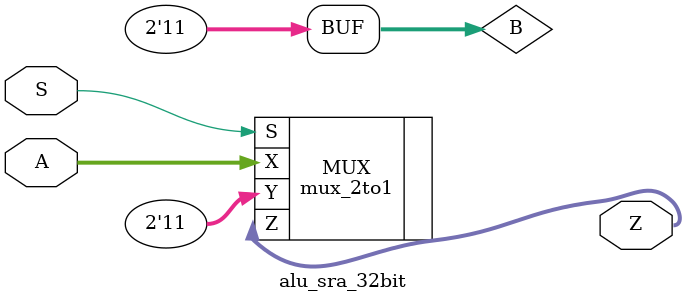
<source format=v>
`timescale 1ns / 1ps
`default_nettype none
module alu_sra_32bit(A, S, Z);

    	parameter N = 2;

	//port definitions

	input wire [(N-1):0] A;
	input wire S;
    	output wire [(N-1):0] Z;
    	wire [(N-1):0] B;

    	assign B[N-1:0] = 32'hffffffff;
    
	mux_2to1 #(.N(N)) MUX (.X(A), .Y(B), .S(S), .Z(Z));
endmodule
`default_nettype wire

</source>
